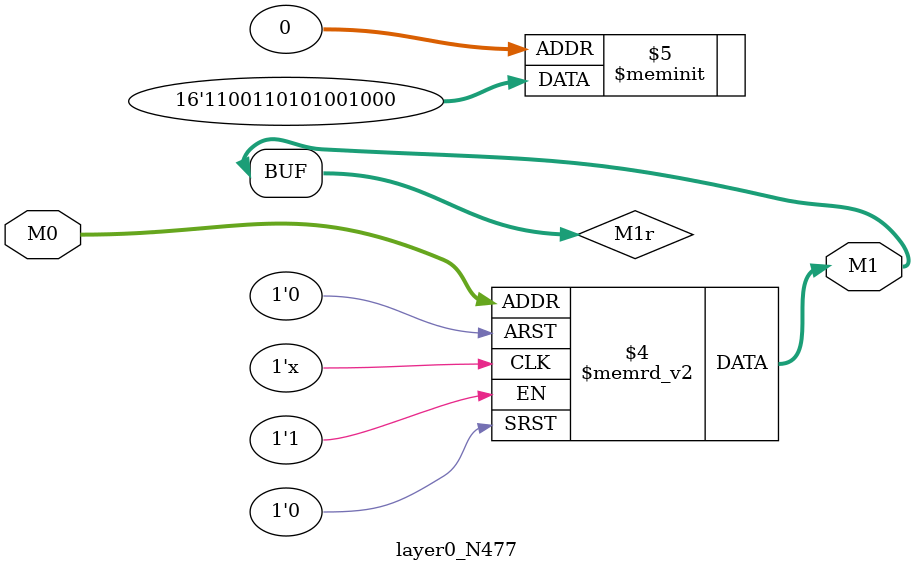
<source format=v>
module layer0_N477 ( input [2:0] M0, output [1:0] M1 );

	(*rom_style = "distributed" *) reg [1:0] M1r;
	assign M1 = M1r;
	always @ (M0) begin
		case (M0)
			3'b000: M1r = 2'b00;
			3'b100: M1r = 2'b01;
			3'b010: M1r = 2'b00;
			3'b110: M1r = 2'b00;
			3'b001: M1r = 2'b10;
			3'b101: M1r = 2'b11;
			3'b011: M1r = 2'b01;
			3'b111: M1r = 2'b11;

		endcase
	end
endmodule

</source>
